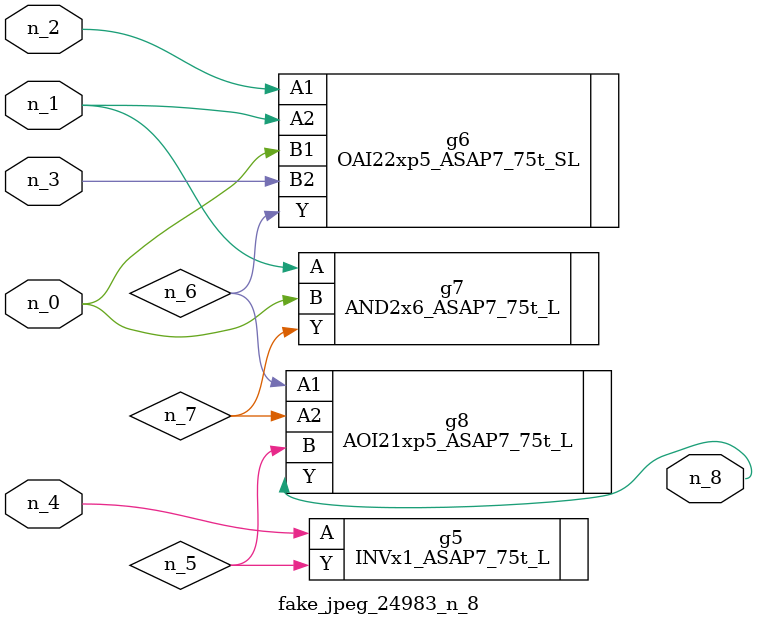
<source format=v>
module fake_jpeg_24983_n_8 (n_3, n_2, n_1, n_0, n_4, n_8);

input n_3;
input n_2;
input n_1;
input n_0;
input n_4;

output n_8;

wire n_6;
wire n_5;
wire n_7;

INVx1_ASAP7_75t_L g5 ( 
.A(n_4),
.Y(n_5)
);

OAI22xp5_ASAP7_75t_SL g6 ( 
.A1(n_2),
.A2(n_1),
.B1(n_0),
.B2(n_3),
.Y(n_6)
);

AND2x6_ASAP7_75t_L g7 ( 
.A(n_1),
.B(n_0),
.Y(n_7)
);

AOI21xp5_ASAP7_75t_L g8 ( 
.A1(n_6),
.A2(n_7),
.B(n_5),
.Y(n_8)
);


endmodule
</source>
